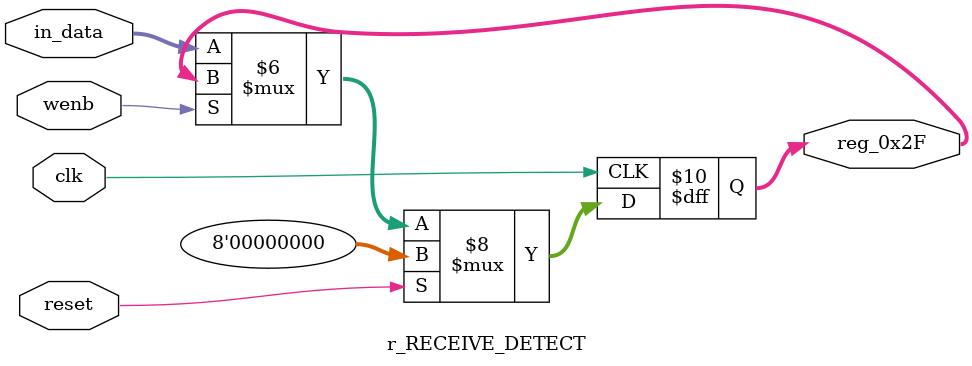
<source format=v>
module r_RECEIVE_DETECT(output reg [7:0] reg_0x2F, input wire reset, input wire wenb, input wire [7:0] in_data, input wire clk);
	always@(posedge clk)
	begin
		if(reset==0) begin
			if(wenb==0)
				reg_0x2F<=in_data;
			else
				reg_0x2F<=reg_0x2F;
		end
		else
			reg_0x2F<=8'h00;
	end
endmodule
</source>
